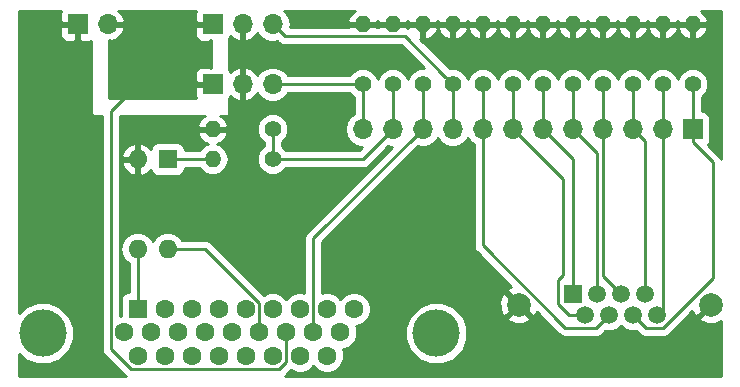
<source format=gtl>
G04 #@! TF.GenerationSoftware,KiCad,Pcbnew,(6.0.0-rc1-dev-392-gd9d005190)*
G04 #@! TF.CreationDate,2019-08-06T20:11:49-04:00*
G04 #@! TF.ProjectId,relay_ctrl,72656C61795F6374726C2E6B69636164,rev?*
G04 #@! TF.SameCoordinates,Original*
G04 #@! TF.FileFunction,Copper,L1,Top,Signal*
G04 #@! TF.FilePolarity,Positive*
%FSLAX46Y46*%
G04 Gerber Fmt 4.6, Leading zero omitted, Abs format (unit mm)*
G04 Created by KiCad (PCBNEW (6.0.0-rc1-dev-392-gd9d005190)) date 08/06/19 20:11:49*
%MOMM*%
%LPD*%
G01*
G04 APERTURE LIST*
G04 #@! TA.AperFunction,ComponentPad*
%ADD10O,1.600000X1.600000*%
G04 #@! TD*
G04 #@! TA.AperFunction,ComponentPad*
%ADD11R,1.600000X1.600000*%
G04 #@! TD*
G04 #@! TA.AperFunction,ComponentPad*
%ADD12O,1.400000X1.400000*%
G04 #@! TD*
G04 #@! TA.AperFunction,ComponentPad*
%ADD13C,1.400000*%
G04 #@! TD*
G04 #@! TA.AperFunction,ComponentPad*
%ADD14O,1.700000X1.700000*%
G04 #@! TD*
G04 #@! TA.AperFunction,ComponentPad*
%ADD15R,1.700000X1.700000*%
G04 #@! TD*
G04 #@! TA.AperFunction,ComponentPad*
%ADD16C,4.000000*%
G04 #@! TD*
G04 #@! TA.AperFunction,ComponentPad*
%ADD17C,1.600000*%
G04 #@! TD*
G04 #@! TA.AperFunction,ComponentPad*
%ADD18C,2.000000*%
G04 #@! TD*
G04 #@! TA.AperFunction,ComponentPad*
%ADD19C,1.500000*%
G04 #@! TD*
G04 #@! TA.AperFunction,ComponentPad*
%ADD20R,1.500000X1.500000*%
G04 #@! TD*
G04 #@! TA.AperFunction,Conductor*
%ADD21C,0.250000*%
G04 #@! TD*
G04 #@! TA.AperFunction,Conductor*
%ADD22C,0.254000*%
G04 #@! TD*
G04 APERTURE END LIST*
D10*
G04 #@! TO.P,U1,4*
G04 #@! TO.N,Turbo_remotepriority*
X148590000Y-132080000D03*
G04 #@! TO.P,U1,2*
G04 #@! TO.N,GND*
X146050000Y-124460000D03*
G04 #@! TO.P,U1,3*
G04 #@! TO.N,Turbo_Vref*
X146050000Y-132080000D03*
D11*
G04 #@! TO.P,U1,1*
G04 #@! TO.N,Net-(R10-Pad2)*
X148590000Y-124460000D03*
G04 #@! TD*
D12*
G04 #@! TO.P,R14,2*
G04 #@! TO.N,GND*
X165100000Y-113030000D03*
D13*
G04 #@! TO.P,R14,1*
G04 #@! TO.N,Convection_relay*
X165100000Y-118110000D03*
G04 #@! TD*
D12*
G04 #@! TO.P,R13,2*
G04 #@! TO.N,GND*
X167640000Y-113030000D03*
D13*
G04 #@! TO.P,R13,1*
G04 #@! TO.N,Turbo_interlock*
X167640000Y-118110000D03*
G04 #@! TD*
D12*
G04 #@! TO.P,R12,2*
G04 #@! TO.N,GND*
X170180000Y-113030000D03*
D13*
G04 #@! TO.P,R12,1*
G04 #@! TO.N,Turbo_active*
X170180000Y-118110000D03*
G04 #@! TD*
D12*
G04 #@! TO.P,R11,2*
G04 #@! TO.N,GND*
X172720000Y-113030000D03*
D13*
G04 #@! TO.P,R11,1*
G04 #@! TO.N,IG_relay*
X172720000Y-118110000D03*
G04 #@! TD*
D12*
G04 #@! TO.P,R10,2*
G04 #@! TO.N,Net-(R10-Pad2)*
X152400000Y-124460000D03*
D13*
G04 #@! TO.P,R10,1*
G04 #@! TO.N,Turbo_interlock*
X157480000Y-124460000D03*
G04 #@! TD*
D12*
G04 #@! TO.P,R9,2*
G04 #@! TO.N,GND*
X175260000Y-113030000D03*
D13*
G04 #@! TO.P,R9,1*
G04 #@! TO.N,Backing2_active*
X175260000Y-118110000D03*
G04 #@! TD*
D12*
G04 #@! TO.P,R8,2*
G04 #@! TO.N,GND*
X177800000Y-113030000D03*
D13*
G04 #@! TO.P,R8,1*
G04 #@! TO.N,Compressor2_active*
X177800000Y-118110000D03*
G04 #@! TD*
D12*
G04 #@! TO.P,R7,2*
G04 #@! TO.N,GND*
X152400000Y-121920000D03*
D13*
G04 #@! TO.P,R7,1*
G04 #@! TO.N,Turbo_interlock*
X157480000Y-121920000D03*
G04 #@! TD*
D12*
G04 #@! TO.P,R6,2*
G04 #@! TO.N,GND*
X180340000Y-113030000D03*
D13*
G04 #@! TO.P,R6,1*
G04 #@! TO.N,Compressor1_active*
X180340000Y-118110000D03*
G04 #@! TD*
D12*
G04 #@! TO.P,R5,2*
G04 #@! TO.N,GND*
X182880000Y-113030000D03*
D13*
G04 #@! TO.P,R5,1*
G04 #@! TO.N,Backing1_active*
X182880000Y-118110000D03*
G04 #@! TD*
D12*
G04 #@! TO.P,R4,2*
G04 #@! TO.N,GND*
X185420000Y-113030000D03*
D13*
G04 #@! TO.P,R4,1*
G04 #@! TO.N,Compressor1_interlock*
X185420000Y-118110000D03*
G04 #@! TD*
D12*
G04 #@! TO.P,R3,2*
G04 #@! TO.N,GND*
X187960000Y-113030000D03*
D13*
G04 #@! TO.P,R3,1*
G04 #@! TO.N,Backing1_interlock*
X187960000Y-118110000D03*
G04 #@! TD*
D12*
G04 #@! TO.P,R2,2*
G04 #@! TO.N,GND*
X190500000Y-113030000D03*
D13*
G04 #@! TO.P,R2,1*
G04 #@! TO.N,Backing2_interlock*
X190500000Y-118110000D03*
G04 #@! TD*
D12*
G04 #@! TO.P,R1,2*
G04 #@! TO.N,GND*
X193040000Y-113030000D03*
D13*
G04 #@! TO.P,R1,1*
G04 #@! TO.N,Compressor2_interlock*
X193040000Y-118110000D03*
G04 #@! TD*
D14*
G04 #@! TO.P,J5,2*
G04 #@! TO.N,+5V*
X143510000Y-113030000D03*
D15*
G04 #@! TO.P,J5,1*
G04 #@! TO.N,GND*
X140970000Y-113030000D03*
G04 #@! TD*
D14*
G04 #@! TO.P,J4,3*
G04 #@! TO.N,IG_relay*
X157480000Y-113030000D03*
G04 #@! TO.P,J4,2*
G04 #@! TO.N,GND*
X154940000Y-113030000D03*
D15*
G04 #@! TO.P,J4,1*
G04 #@! TO.N,+5V*
X152400000Y-113030000D03*
G04 #@! TD*
D14*
G04 #@! TO.P,J3,3*
G04 #@! TO.N,Convection_relay*
X157480000Y-118110000D03*
G04 #@! TO.P,J3,2*
G04 #@! TO.N,GND*
X154940000Y-118110000D03*
D15*
G04 #@! TO.P,J3,1*
G04 #@! TO.N,+5V*
X152400000Y-118110000D03*
G04 #@! TD*
D14*
G04 #@! TO.P,J6,12*
G04 #@! TO.N,Convection_relay*
X165100000Y-121920000D03*
G04 #@! TO.P,J6,11*
G04 #@! TO.N,Turbo_interlock*
X167640000Y-121920000D03*
G04 #@! TO.P,J6,10*
G04 #@! TO.N,Turbo_active*
X170180000Y-121920000D03*
G04 #@! TO.P,J6,9*
G04 #@! TO.N,IG_relay*
X172720000Y-121920000D03*
G04 #@! TO.P,J6,8*
G04 #@! TO.N,Backing2_active*
X175260000Y-121920000D03*
G04 #@! TO.P,J6,7*
G04 #@! TO.N,Compressor2_active*
X177800000Y-121920000D03*
G04 #@! TO.P,J6,6*
G04 #@! TO.N,Compressor1_active*
X180340000Y-121920000D03*
G04 #@! TO.P,J6,5*
G04 #@! TO.N,Backing1_active*
X182880000Y-121920000D03*
G04 #@! TO.P,J6,4*
G04 #@! TO.N,Compressor1_interlock*
X185420000Y-121920000D03*
G04 #@! TO.P,J6,3*
G04 #@! TO.N,Backing1_interlock*
X187960000Y-121920000D03*
G04 #@! TO.P,J6,2*
G04 #@! TO.N,Backing2_interlock*
X190500000Y-121920000D03*
D15*
G04 #@! TO.P,J6,1*
G04 #@! TO.N,Compressor2_interlock*
X193040000Y-121920000D03*
G04 #@! TD*
D16*
G04 #@! TO.P,J2,0*
G04 #@! TO.N,N/C*
X171325000Y-139210000D03*
X138025000Y-139210000D03*
D17*
G04 #@! TO.P,J2,26*
G04 #@! TO.N,Net-(J2-Pad26)*
X162080000Y-141120000D03*
G04 #@! TO.P,J2,25*
G04 #@! TO.N,Net-(J2-Pad25)*
X159790000Y-141120000D03*
G04 #@! TO.P,J2,24*
G04 #@! TO.N,Net-(J2-Pad24)*
X157500000Y-141120000D03*
G04 #@! TO.P,J2,23*
G04 #@! TO.N,Net-(J2-Pad23)*
X155210000Y-141120000D03*
G04 #@! TO.P,J2,22*
G04 #@! TO.N,Net-(J2-Pad22)*
X152920000Y-141120000D03*
G04 #@! TO.P,J2,21*
G04 #@! TO.N,Net-(J2-Pad21)*
X150630000Y-141120000D03*
G04 #@! TO.P,J2,20*
G04 #@! TO.N,Net-(J2-Pad20)*
X148340000Y-141120000D03*
G04 #@! TO.P,J2,19*
G04 #@! TO.N,Net-(J2-Pad19)*
X146050000Y-141120000D03*
G04 #@! TO.P,J2,18*
G04 #@! TO.N,Net-(J2-Pad18)*
X163225000Y-139140000D03*
G04 #@! TO.P,J2,17*
G04 #@! TO.N,Turbo_active*
X160935000Y-139140000D03*
G04 #@! TO.P,J2,16*
G04 #@! TO.N,+5V*
X158645000Y-139140000D03*
G04 #@! TO.P,J2,15*
G04 #@! TO.N,Turbo_remotepriority*
X156355000Y-139140000D03*
G04 #@! TO.P,J2,14*
G04 #@! TO.N,Net-(J2-Pad14)*
X154065000Y-139140000D03*
G04 #@! TO.P,J2,13*
G04 #@! TO.N,Net-(J2-Pad13)*
X151775000Y-139140000D03*
G04 #@! TO.P,J2,12*
G04 #@! TO.N,Net-(J2-Pad12)*
X149485000Y-139140000D03*
G04 #@! TO.P,J2,11*
G04 #@! TO.N,Net-(J2-Pad11)*
X147195000Y-139140000D03*
G04 #@! TO.P,J2,10*
G04 #@! TO.N,Net-(J2-Pad10)*
X144905000Y-139140000D03*
G04 #@! TO.P,J2,9*
G04 #@! TO.N,Net-(J2-Pad9)*
X164370000Y-137160000D03*
G04 #@! TO.P,J2,8*
G04 #@! TO.N,Net-(J2-Pad8)*
X162080000Y-137160000D03*
G04 #@! TO.P,J2,7*
G04 #@! TO.N,Net-(J2-Pad7)*
X159790000Y-137160000D03*
G04 #@! TO.P,J2,6*
G04 #@! TO.N,Net-(J2-Pad6)*
X157500000Y-137160000D03*
G04 #@! TO.P,J2,5*
G04 #@! TO.N,Net-(J2-Pad5)*
X155210000Y-137160000D03*
G04 #@! TO.P,J2,4*
G04 #@! TO.N,Net-(J2-Pad4)*
X152920000Y-137160000D03*
G04 #@! TO.P,J2,3*
G04 #@! TO.N,Net-(J2-Pad3)*
X150630000Y-137160000D03*
G04 #@! TO.P,J2,2*
G04 #@! TO.N,Net-(J2-Pad2)*
X148340000Y-137160000D03*
D11*
G04 #@! TO.P,J2,1*
G04 #@! TO.N,Turbo_Vref*
X146050000Y-137160000D03*
G04 #@! TD*
D18*
G04 #@! TO.P,J1,SH*
G04 #@! TO.N,GND*
X178310000Y-136780000D03*
X194570000Y-136780000D03*
D19*
G04 #@! TO.P,J1,8*
G04 #@! TO.N,Backing2_interlock*
X190020000Y-137670000D03*
G04 #@! TO.P,J1,6*
G04 #@! TO.N,Compressor2_interlock*
X187980000Y-137670000D03*
G04 #@! TO.P,J1,4*
G04 #@! TO.N,Backing2_active*
X185940000Y-137670000D03*
G04 #@! TO.P,J1,2*
G04 #@! TO.N,Compressor2_active*
X183900000Y-137670000D03*
G04 #@! TO.P,J1,7*
G04 #@! TO.N,Backing1_interlock*
X189000000Y-135890000D03*
G04 #@! TO.P,J1,5*
G04 #@! TO.N,Compressor1_interlock*
X186960000Y-135890000D03*
G04 #@! TO.P,J1,3*
G04 #@! TO.N,Backing1_active*
X184920000Y-135890000D03*
D20*
G04 #@! TO.P,J1,1*
G04 #@! TO.N,Compressor1_active*
X182880000Y-135890000D03*
G04 #@! TD*
D21*
G04 #@! TO.N,+5V*
X143779999Y-140515001D02*
X143779999Y-120380001D01*
X145509999Y-142245001D02*
X143779999Y-140515001D01*
X158040001Y-142245001D02*
X145509999Y-142245001D01*
X158645000Y-139140000D02*
X158645000Y-141640002D01*
X158645000Y-141640002D02*
X158040001Y-142245001D01*
X143779999Y-120380001D02*
X146050000Y-118110000D01*
G04 #@! TO.N,Net-(R10-Pad2)*
X148590000Y-124460000D02*
X152400000Y-124460000D01*
G04 #@! TO.N,Backing2_interlock*
X190500000Y-121920000D02*
X190500000Y-118110000D01*
X190500000Y-137190000D02*
X190020000Y-137670000D01*
X190500000Y-121920000D02*
X190500000Y-137190000D01*
G04 #@! TO.N,Compressor2_interlock*
X193040000Y-121920000D02*
X193040000Y-118110000D01*
X188729999Y-138419999D02*
X187980000Y-137670000D01*
X189055001Y-138745001D02*
X188729999Y-138419999D01*
X190536001Y-138745001D02*
X189055001Y-138745001D01*
X194740001Y-134541001D02*
X190536001Y-138745001D01*
X194740001Y-124720001D02*
X194740001Y-134541001D01*
X193040000Y-123020000D02*
X194740001Y-124720001D01*
X193040000Y-121920000D02*
X193040000Y-123020000D01*
G04 #@! TO.N,Backing2_active*
X175260000Y-118110000D02*
X175260000Y-121920000D01*
X175260000Y-123122081D02*
X175260000Y-121920000D01*
X175260000Y-131768998D02*
X175260000Y-123122081D01*
X182236003Y-138745001D02*
X175260000Y-131768998D01*
X184864999Y-138745001D02*
X182236003Y-138745001D01*
X185940000Y-137670000D02*
X184864999Y-138745001D01*
G04 #@! TO.N,Compressor2_active*
X177800000Y-121920000D02*
X177800000Y-118110000D01*
X178649999Y-122769999D02*
X177800000Y-121920000D01*
X182040001Y-126160001D02*
X178649999Y-122769999D01*
X182040001Y-134286001D02*
X182040001Y-126160001D01*
X181610000Y-134716002D02*
X182040001Y-134286001D01*
X181610000Y-136705002D02*
X181610000Y-134716002D01*
X182574998Y-137670000D02*
X181610000Y-136705002D01*
X183900000Y-137670000D02*
X182574998Y-137670000D01*
G04 #@! TO.N,Backing1_interlock*
X187960000Y-121920000D02*
X187960000Y-118110000D01*
X189000000Y-122960000D02*
X187960000Y-121920000D01*
X189000000Y-135890000D02*
X189000000Y-122960000D01*
G04 #@! TO.N,Compressor1_interlock*
X185420000Y-118110000D02*
X185420000Y-121920000D01*
X185420000Y-134350000D02*
X186960000Y-135890000D01*
X185420000Y-121920000D02*
X185420000Y-134350000D01*
G04 #@! TO.N,Backing1_active*
X182880000Y-121920000D02*
X182880000Y-118110000D01*
X184920000Y-123960000D02*
X182880000Y-121920000D01*
X184920000Y-135890000D02*
X184920000Y-123960000D01*
G04 #@! TO.N,Compressor1_active*
X180340000Y-118110000D02*
X180340000Y-121920000D01*
X182880000Y-124460000D02*
X182880000Y-135890000D01*
X180340000Y-121920000D02*
X182880000Y-124460000D01*
G04 #@! TO.N,Turbo_active*
X170180000Y-118110000D02*
X170180000Y-121920000D01*
X160935000Y-131165000D02*
X170180000Y-121920000D01*
X160935000Y-139140000D02*
X160935000Y-131165000D01*
G04 #@! TO.N,Turbo_remotepriority*
X156355000Y-138008630D02*
X156355000Y-139140000D01*
X156355000Y-136639998D02*
X156355000Y-138008630D01*
X151795002Y-132080000D02*
X156355000Y-136639998D01*
X148590000Y-132080000D02*
X151795002Y-132080000D01*
G04 #@! TO.N,Turbo_Vref*
X146050000Y-137160000D02*
X146050000Y-132080000D01*
G04 #@! TO.N,Convection_relay*
X165100000Y-121920000D02*
X165100000Y-118110000D01*
X165100000Y-118110000D02*
X157480000Y-118110000D01*
G04 #@! TO.N,IG_relay*
X172720000Y-121920000D02*
X172720000Y-118110000D01*
X172020001Y-117410001D02*
X172720000Y-118110000D01*
X168665001Y-114055001D02*
X172020001Y-117410001D01*
X158505001Y-114055001D02*
X168665001Y-114055001D01*
X157480000Y-113030000D02*
X158505001Y-114055001D01*
G04 #@! TO.N,Turbo_interlock*
X167640000Y-121920000D02*
X167640000Y-118110000D01*
X157480000Y-124460000D02*
X157480000Y-121920000D01*
X165100000Y-124460000D02*
X167640000Y-121920000D01*
X157480000Y-124460000D02*
X165100000Y-124460000D01*
G04 #@! TD*
D22*
G04 #@! TO.N,+5V*
G36*
X150915000Y-112053691D02*
X150915000Y-112744250D01*
X151073750Y-112903000D01*
X152273000Y-112903000D01*
X152273000Y-113157000D01*
X151073750Y-113157000D01*
X150915000Y-113315750D01*
X150915000Y-114006309D01*
X151011673Y-114239698D01*
X151190301Y-114418327D01*
X151423690Y-114515000D01*
X152114250Y-114515000D01*
X152272998Y-114356252D01*
X152272998Y-114515000D01*
X152273000Y-114515000D01*
X152273000Y-116625000D01*
X152272998Y-116625000D01*
X152272998Y-116783748D01*
X152114250Y-116625000D01*
X151423690Y-116625000D01*
X151190301Y-116721673D01*
X151011673Y-116900302D01*
X150915000Y-117133691D01*
X150915000Y-117824250D01*
X151073750Y-117983000D01*
X152273000Y-117983000D01*
X152273000Y-118237000D01*
X151073750Y-118237000D01*
X150915000Y-118395750D01*
X150915000Y-119086309D01*
X150984046Y-119253000D01*
X143637000Y-119253000D01*
X143637000Y-114515000D01*
X143637002Y-114515000D01*
X143637002Y-114350156D01*
X143866890Y-114471476D01*
X144276924Y-114301645D01*
X144705183Y-113911358D01*
X144951486Y-113386892D01*
X144830819Y-113157000D01*
X143637000Y-113157000D01*
X143637000Y-112903000D01*
X144830819Y-112903000D01*
X144951486Y-112673108D01*
X144705183Y-112148642D01*
X144418085Y-111887000D01*
X150984046Y-111887000D01*
X150915000Y-112053691D01*
X150915000Y-112053691D01*
G37*
X150915000Y-112053691D02*
X150915000Y-112744250D01*
X151073750Y-112903000D01*
X152273000Y-112903000D01*
X152273000Y-113157000D01*
X151073750Y-113157000D01*
X150915000Y-113315750D01*
X150915000Y-114006309D01*
X151011673Y-114239698D01*
X151190301Y-114418327D01*
X151423690Y-114515000D01*
X152114250Y-114515000D01*
X152272998Y-114356252D01*
X152272998Y-114515000D01*
X152273000Y-114515000D01*
X152273000Y-116625000D01*
X152272998Y-116625000D01*
X152272998Y-116783748D01*
X152114250Y-116625000D01*
X151423690Y-116625000D01*
X151190301Y-116721673D01*
X151011673Y-116900302D01*
X150915000Y-117133691D01*
X150915000Y-117824250D01*
X151073750Y-117983000D01*
X152273000Y-117983000D01*
X152273000Y-118237000D01*
X151073750Y-118237000D01*
X150915000Y-118395750D01*
X150915000Y-119086309D01*
X150984046Y-119253000D01*
X143637000Y-119253000D01*
X143637000Y-114515000D01*
X143637002Y-114515000D01*
X143637002Y-114350156D01*
X143866890Y-114471476D01*
X144276924Y-114301645D01*
X144705183Y-113911358D01*
X144951486Y-113386892D01*
X144830819Y-113157000D01*
X143637000Y-113157000D01*
X143637000Y-112903000D01*
X144830819Y-112903000D01*
X144951486Y-112673108D01*
X144705183Y-112148642D01*
X144418085Y-111887000D01*
X150984046Y-111887000D01*
X150915000Y-112053691D01*
G04 #@! TO.N,GND*
G36*
X139485000Y-112053691D02*
X139485000Y-112744250D01*
X139643750Y-112903000D01*
X140843000Y-112903000D01*
X140843000Y-112883000D01*
X141097000Y-112883000D01*
X141097000Y-112903000D01*
X141117000Y-112903000D01*
X141117000Y-113157000D01*
X141097000Y-113157000D01*
X141097000Y-114356250D01*
X141255750Y-114515000D01*
X141946310Y-114515000D01*
X142113000Y-114445955D01*
X142113000Y-120650000D01*
X142122667Y-120698601D01*
X142150197Y-120739803D01*
X142191399Y-120767333D01*
X142240000Y-120777000D01*
X143020000Y-120777000D01*
X143019999Y-140440154D01*
X143005111Y-140515001D01*
X143019999Y-140589848D01*
X143019999Y-140589852D01*
X143064095Y-140811537D01*
X143232070Y-141062930D01*
X143295529Y-141105332D01*
X144919672Y-142729477D01*
X144962070Y-142792930D01*
X145025523Y-142835328D01*
X145025525Y-142835330D01*
X145047480Y-142850000D01*
X136017000Y-142850000D01*
X136017000Y-140928453D01*
X136532392Y-141443845D01*
X137500866Y-141845000D01*
X138549134Y-141845000D01*
X139517608Y-141443845D01*
X140258845Y-140702608D01*
X140660000Y-139734134D01*
X140660000Y-138685866D01*
X140258845Y-137717392D01*
X139517608Y-136976155D01*
X138549134Y-136575000D01*
X137500866Y-136575000D01*
X136532392Y-136976155D01*
X136017000Y-137491547D01*
X136017000Y-113315750D01*
X139485000Y-113315750D01*
X139485000Y-114006309D01*
X139581673Y-114239698D01*
X139760301Y-114418327D01*
X139993690Y-114515000D01*
X140684250Y-114515000D01*
X140843000Y-114356250D01*
X140843000Y-113157000D01*
X139643750Y-113157000D01*
X139485000Y-113315750D01*
X136017000Y-113315750D01*
X136017000Y-111887000D01*
X139554046Y-111887000D01*
X139485000Y-112053691D01*
X139485000Y-112053691D01*
G37*
X139485000Y-112053691D02*
X139485000Y-112744250D01*
X139643750Y-112903000D01*
X140843000Y-112903000D01*
X140843000Y-112883000D01*
X141097000Y-112883000D01*
X141097000Y-112903000D01*
X141117000Y-112903000D01*
X141117000Y-113157000D01*
X141097000Y-113157000D01*
X141097000Y-114356250D01*
X141255750Y-114515000D01*
X141946310Y-114515000D01*
X142113000Y-114445955D01*
X142113000Y-120650000D01*
X142122667Y-120698601D01*
X142150197Y-120739803D01*
X142191399Y-120767333D01*
X142240000Y-120777000D01*
X143020000Y-120777000D01*
X143019999Y-140440154D01*
X143005111Y-140515001D01*
X143019999Y-140589848D01*
X143019999Y-140589852D01*
X143064095Y-140811537D01*
X143232070Y-141062930D01*
X143295529Y-141105332D01*
X144919672Y-142729477D01*
X144962070Y-142792930D01*
X145025523Y-142835328D01*
X145025525Y-142835330D01*
X145047480Y-142850000D01*
X136017000Y-142850000D01*
X136017000Y-140928453D01*
X136532392Y-141443845D01*
X137500866Y-141845000D01*
X138549134Y-141845000D01*
X139517608Y-141443845D01*
X140258845Y-140702608D01*
X140660000Y-139734134D01*
X140660000Y-138685866D01*
X140258845Y-137717392D01*
X139517608Y-136976155D01*
X138549134Y-136575000D01*
X137500866Y-136575000D01*
X136532392Y-136976155D01*
X136017000Y-137491547D01*
X136017000Y-113315750D01*
X139485000Y-113315750D01*
X139485000Y-114006309D01*
X139581673Y-114239698D01*
X139760301Y-114418327D01*
X139993690Y-114515000D01*
X140684250Y-114515000D01*
X140843000Y-114356250D01*
X140843000Y-113157000D01*
X139643750Y-113157000D01*
X139485000Y-113315750D01*
X136017000Y-113315750D01*
X136017000Y-111887000D01*
X139554046Y-111887000D01*
X139485000Y-112053691D01*
G36*
X174189375Y-122990625D02*
X174500001Y-123198179D01*
X174500000Y-131694151D01*
X174485112Y-131768998D01*
X174500000Y-131843845D01*
X174500000Y-131843849D01*
X174544096Y-132065534D01*
X174712071Y-132316927D01*
X174775530Y-132359329D01*
X177676914Y-135260714D01*
X177435736Y-135360613D01*
X177337073Y-135627468D01*
X178310000Y-136600395D01*
X178324143Y-136586253D01*
X178503748Y-136765858D01*
X178489605Y-136780000D01*
X179462532Y-137752927D01*
X179729387Y-137654264D01*
X179821777Y-137405577D01*
X181645674Y-139229474D01*
X181688074Y-139292930D01*
X181939466Y-139460905D01*
X182161151Y-139505001D01*
X182161155Y-139505001D01*
X182236002Y-139519889D01*
X182310849Y-139505001D01*
X184790152Y-139505001D01*
X184864999Y-139519889D01*
X184939846Y-139505001D01*
X184939851Y-139505001D01*
X185161536Y-139460905D01*
X185412928Y-139292930D01*
X185455330Y-139229471D01*
X185639966Y-139044835D01*
X185664506Y-139055000D01*
X186215494Y-139055000D01*
X186724540Y-138844147D01*
X186960000Y-138608687D01*
X187195460Y-138844147D01*
X187704506Y-139055000D01*
X188255494Y-139055000D01*
X188280034Y-139044835D01*
X188464670Y-139229471D01*
X188507072Y-139292930D01*
X188758464Y-139460905D01*
X188980149Y-139505001D01*
X188980153Y-139505001D01*
X189055000Y-139519889D01*
X189129847Y-139505001D01*
X190461154Y-139505001D01*
X190536001Y-139519889D01*
X190610848Y-139505001D01*
X190610853Y-139505001D01*
X190832538Y-139460905D01*
X191083930Y-139292930D01*
X191126332Y-139229471D01*
X193019083Y-137336721D01*
X193150613Y-137654264D01*
X193417468Y-137752927D01*
X194390395Y-136780000D01*
X194376253Y-136765858D01*
X194555858Y-136586253D01*
X194570000Y-136600395D01*
X194584143Y-136586253D01*
X194763748Y-136765858D01*
X194749605Y-136780000D01*
X194763748Y-136794143D01*
X194584143Y-136973748D01*
X194570000Y-136959605D01*
X193597073Y-137932532D01*
X193695736Y-138199387D01*
X194305461Y-138425908D01*
X194955460Y-138401856D01*
X195444264Y-138199387D01*
X195453000Y-138175759D01*
X195453000Y-142850000D01*
X158502519Y-142850000D01*
X158587930Y-142792930D01*
X158630332Y-142729471D01*
X159009758Y-142350046D01*
X159504561Y-142555000D01*
X160075439Y-142555000D01*
X160602862Y-142336534D01*
X160935000Y-142004396D01*
X161267138Y-142336534D01*
X161794561Y-142555000D01*
X162365439Y-142555000D01*
X162892862Y-142336534D01*
X163296534Y-141932862D01*
X163515000Y-141405439D01*
X163515000Y-140834561D01*
X163407486Y-140575000D01*
X163510439Y-140575000D01*
X164037862Y-140356534D01*
X164441534Y-139952862D01*
X164660000Y-139425439D01*
X164660000Y-138854561D01*
X164590125Y-138685866D01*
X168690000Y-138685866D01*
X168690000Y-139734134D01*
X169091155Y-140702608D01*
X169832392Y-141443845D01*
X170800866Y-141845000D01*
X171849134Y-141845000D01*
X172817608Y-141443845D01*
X173558845Y-140702608D01*
X173960000Y-139734134D01*
X173960000Y-138685866D01*
X173647959Y-137932532D01*
X177337073Y-137932532D01*
X177435736Y-138199387D01*
X178045461Y-138425908D01*
X178695460Y-138401856D01*
X179184264Y-138199387D01*
X179282927Y-137932532D01*
X178310000Y-136959605D01*
X177337073Y-137932532D01*
X173647959Y-137932532D01*
X173558845Y-137717392D01*
X172817608Y-136976155D01*
X171849134Y-136575000D01*
X170800866Y-136575000D01*
X169832392Y-136976155D01*
X169091155Y-137717392D01*
X168690000Y-138685866D01*
X164590125Y-138685866D01*
X164552486Y-138595000D01*
X164655439Y-138595000D01*
X165182862Y-138376534D01*
X165586534Y-137972862D01*
X165805000Y-137445439D01*
X165805000Y-136874561D01*
X165656256Y-136515461D01*
X176664092Y-136515461D01*
X176688144Y-137165460D01*
X176890613Y-137654264D01*
X177157468Y-137752927D01*
X178130395Y-136780000D01*
X177157468Y-135807073D01*
X176890613Y-135905736D01*
X176664092Y-136515461D01*
X165656256Y-136515461D01*
X165586534Y-136347138D01*
X165182862Y-135943466D01*
X164655439Y-135725000D01*
X164084561Y-135725000D01*
X163557138Y-135943466D01*
X163225000Y-136275604D01*
X162892862Y-135943466D01*
X162365439Y-135725000D01*
X161794561Y-135725000D01*
X161695000Y-135766240D01*
X161695000Y-131479801D01*
X169813593Y-123361209D01*
X170033744Y-123405000D01*
X170326256Y-123405000D01*
X170759418Y-123318839D01*
X171250625Y-122990625D01*
X171450000Y-122692239D01*
X171649375Y-122990625D01*
X172140582Y-123318839D01*
X172573744Y-123405000D01*
X172866256Y-123405000D01*
X173299418Y-123318839D01*
X173790625Y-122990625D01*
X173990000Y-122692239D01*
X174189375Y-122990625D01*
X174189375Y-122990625D01*
G37*
X174189375Y-122990625D02*
X174500001Y-123198179D01*
X174500000Y-131694151D01*
X174485112Y-131768998D01*
X174500000Y-131843845D01*
X174500000Y-131843849D01*
X174544096Y-132065534D01*
X174712071Y-132316927D01*
X174775530Y-132359329D01*
X177676914Y-135260714D01*
X177435736Y-135360613D01*
X177337073Y-135627468D01*
X178310000Y-136600395D01*
X178324143Y-136586253D01*
X178503748Y-136765858D01*
X178489605Y-136780000D01*
X179462532Y-137752927D01*
X179729387Y-137654264D01*
X179821777Y-137405577D01*
X181645674Y-139229474D01*
X181688074Y-139292930D01*
X181939466Y-139460905D01*
X182161151Y-139505001D01*
X182161155Y-139505001D01*
X182236002Y-139519889D01*
X182310849Y-139505001D01*
X184790152Y-139505001D01*
X184864999Y-139519889D01*
X184939846Y-139505001D01*
X184939851Y-139505001D01*
X185161536Y-139460905D01*
X185412928Y-139292930D01*
X185455330Y-139229471D01*
X185639966Y-139044835D01*
X185664506Y-139055000D01*
X186215494Y-139055000D01*
X186724540Y-138844147D01*
X186960000Y-138608687D01*
X187195460Y-138844147D01*
X187704506Y-139055000D01*
X188255494Y-139055000D01*
X188280034Y-139044835D01*
X188464670Y-139229471D01*
X188507072Y-139292930D01*
X188758464Y-139460905D01*
X188980149Y-139505001D01*
X188980153Y-139505001D01*
X189055000Y-139519889D01*
X189129847Y-139505001D01*
X190461154Y-139505001D01*
X190536001Y-139519889D01*
X190610848Y-139505001D01*
X190610853Y-139505001D01*
X190832538Y-139460905D01*
X191083930Y-139292930D01*
X191126332Y-139229471D01*
X193019083Y-137336721D01*
X193150613Y-137654264D01*
X193417468Y-137752927D01*
X194390395Y-136780000D01*
X194376253Y-136765858D01*
X194555858Y-136586253D01*
X194570000Y-136600395D01*
X194584143Y-136586253D01*
X194763748Y-136765858D01*
X194749605Y-136780000D01*
X194763748Y-136794143D01*
X194584143Y-136973748D01*
X194570000Y-136959605D01*
X193597073Y-137932532D01*
X193695736Y-138199387D01*
X194305461Y-138425908D01*
X194955460Y-138401856D01*
X195444264Y-138199387D01*
X195453000Y-138175759D01*
X195453000Y-142850000D01*
X158502519Y-142850000D01*
X158587930Y-142792930D01*
X158630332Y-142729471D01*
X159009758Y-142350046D01*
X159504561Y-142555000D01*
X160075439Y-142555000D01*
X160602862Y-142336534D01*
X160935000Y-142004396D01*
X161267138Y-142336534D01*
X161794561Y-142555000D01*
X162365439Y-142555000D01*
X162892862Y-142336534D01*
X163296534Y-141932862D01*
X163515000Y-141405439D01*
X163515000Y-140834561D01*
X163407486Y-140575000D01*
X163510439Y-140575000D01*
X164037862Y-140356534D01*
X164441534Y-139952862D01*
X164660000Y-139425439D01*
X164660000Y-138854561D01*
X164590125Y-138685866D01*
X168690000Y-138685866D01*
X168690000Y-139734134D01*
X169091155Y-140702608D01*
X169832392Y-141443845D01*
X170800866Y-141845000D01*
X171849134Y-141845000D01*
X172817608Y-141443845D01*
X173558845Y-140702608D01*
X173960000Y-139734134D01*
X173960000Y-138685866D01*
X173647959Y-137932532D01*
X177337073Y-137932532D01*
X177435736Y-138199387D01*
X178045461Y-138425908D01*
X178695460Y-138401856D01*
X179184264Y-138199387D01*
X179282927Y-137932532D01*
X178310000Y-136959605D01*
X177337073Y-137932532D01*
X173647959Y-137932532D01*
X173558845Y-137717392D01*
X172817608Y-136976155D01*
X171849134Y-136575000D01*
X170800866Y-136575000D01*
X169832392Y-136976155D01*
X169091155Y-137717392D01*
X168690000Y-138685866D01*
X164590125Y-138685866D01*
X164552486Y-138595000D01*
X164655439Y-138595000D01*
X165182862Y-138376534D01*
X165586534Y-137972862D01*
X165805000Y-137445439D01*
X165805000Y-136874561D01*
X165656256Y-136515461D01*
X176664092Y-136515461D01*
X176688144Y-137165460D01*
X176890613Y-137654264D01*
X177157468Y-137752927D01*
X178130395Y-136780000D01*
X177157468Y-135807073D01*
X176890613Y-135905736D01*
X176664092Y-136515461D01*
X165656256Y-136515461D01*
X165586534Y-136347138D01*
X165182862Y-135943466D01*
X164655439Y-135725000D01*
X164084561Y-135725000D01*
X163557138Y-135943466D01*
X163225000Y-136275604D01*
X162892862Y-135943466D01*
X162365439Y-135725000D01*
X161794561Y-135725000D01*
X161695000Y-135766240D01*
X161695000Y-131479801D01*
X169813593Y-123361209D01*
X170033744Y-123405000D01*
X170326256Y-123405000D01*
X170759418Y-123318839D01*
X171250625Y-122990625D01*
X171450000Y-122692239D01*
X171649375Y-122990625D01*
X172140582Y-123318839D01*
X172573744Y-123405000D01*
X172866256Y-123405000D01*
X173299418Y-123318839D01*
X173790625Y-122990625D01*
X173990000Y-122692239D01*
X174189375Y-122990625D01*
G36*
X155067000Y-112903000D02*
X155087000Y-112903000D01*
X155087000Y-113157000D01*
X155067000Y-113157000D01*
X155067000Y-114350155D01*
X155296890Y-114471476D01*
X155706924Y-114301645D01*
X156135183Y-113911358D01*
X156196157Y-113781522D01*
X156409375Y-114100625D01*
X156900582Y-114428839D01*
X157333744Y-114515000D01*
X157626256Y-114515000D01*
X157846407Y-114471209D01*
X157914674Y-114539476D01*
X157957072Y-114602930D01*
X158020525Y-114645328D01*
X158020527Y-114645330D01*
X158145903Y-114729103D01*
X158208464Y-114770905D01*
X158430149Y-114815001D01*
X158430153Y-114815001D01*
X158505000Y-114829889D01*
X158579847Y-114815001D01*
X168350200Y-114815001D01*
X170310198Y-116775000D01*
X169914452Y-116775000D01*
X169423783Y-116978242D01*
X169048242Y-117353783D01*
X168910000Y-117687528D01*
X168771758Y-117353783D01*
X168396217Y-116978242D01*
X167905548Y-116775000D01*
X167374452Y-116775000D01*
X166883783Y-116978242D01*
X166508242Y-117353783D01*
X166370000Y-117687528D01*
X166231758Y-117353783D01*
X165856217Y-116978242D01*
X165365548Y-116775000D01*
X164834452Y-116775000D01*
X164343783Y-116978242D01*
X163972025Y-117350000D01*
X158758178Y-117350000D01*
X158550625Y-117039375D01*
X158059418Y-116711161D01*
X157626256Y-116625000D01*
X157333744Y-116625000D01*
X156900582Y-116711161D01*
X156409375Y-117039375D01*
X156196157Y-117358478D01*
X156135183Y-117228642D01*
X155706924Y-116838355D01*
X155296890Y-116668524D01*
X155067000Y-116789845D01*
X155067000Y-117983000D01*
X155087000Y-117983000D01*
X155087000Y-118237000D01*
X155067000Y-118237000D01*
X155067000Y-119430155D01*
X155296890Y-119551476D01*
X155706924Y-119381645D01*
X156135183Y-118991358D01*
X156196157Y-118861522D01*
X156409375Y-119180625D01*
X156900582Y-119508839D01*
X157333744Y-119595000D01*
X157626256Y-119595000D01*
X158059418Y-119508839D01*
X158550625Y-119180625D01*
X158758178Y-118870000D01*
X163972025Y-118870000D01*
X164340001Y-119237976D01*
X164340000Y-120641822D01*
X164029375Y-120849375D01*
X163701161Y-121340582D01*
X163585908Y-121920000D01*
X163701161Y-122499418D01*
X164029375Y-122990625D01*
X164520582Y-123318839D01*
X164953744Y-123405000D01*
X165080199Y-123405000D01*
X164785199Y-123700000D01*
X158607975Y-123700000D01*
X158240000Y-123332025D01*
X158240000Y-123047975D01*
X158611758Y-122676217D01*
X158815000Y-122185548D01*
X158815000Y-121654452D01*
X158611758Y-121163783D01*
X158236217Y-120788242D01*
X157745548Y-120585000D01*
X157214452Y-120585000D01*
X156723783Y-120788242D01*
X156348242Y-121163783D01*
X156145000Y-121654452D01*
X156145000Y-122185548D01*
X156348242Y-122676217D01*
X156720001Y-123047976D01*
X156720000Y-123332025D01*
X156348242Y-123703783D01*
X156145000Y-124194452D01*
X156145000Y-124725548D01*
X156348242Y-125216217D01*
X156723783Y-125591758D01*
X157214452Y-125795000D01*
X157745548Y-125795000D01*
X158236217Y-125591758D01*
X158607975Y-125220000D01*
X165025153Y-125220000D01*
X165100000Y-125234888D01*
X165174847Y-125220000D01*
X165174852Y-125220000D01*
X165396537Y-125175904D01*
X165647929Y-125007929D01*
X165690331Y-124944470D01*
X167273593Y-123361209D01*
X167493744Y-123405000D01*
X167620197Y-123405000D01*
X160450528Y-130574671D01*
X160387072Y-130617071D01*
X160344672Y-130680527D01*
X160344671Y-130680528D01*
X160219097Y-130868463D01*
X160160112Y-131165000D01*
X160175001Y-131239852D01*
X160175000Y-135766240D01*
X160075439Y-135725000D01*
X159504561Y-135725000D01*
X158977138Y-135943466D01*
X158645000Y-136275604D01*
X158312862Y-135943466D01*
X157785439Y-135725000D01*
X157214561Y-135725000D01*
X156719758Y-135929954D01*
X152385333Y-131595530D01*
X152342931Y-131532071D01*
X152091539Y-131364096D01*
X151869854Y-131320000D01*
X151869849Y-131320000D01*
X151795002Y-131305112D01*
X151720155Y-131320000D01*
X149808043Y-131320000D01*
X149624577Y-131045423D01*
X149149909Y-130728260D01*
X148731333Y-130645000D01*
X148448667Y-130645000D01*
X148030091Y-130728260D01*
X147555423Y-131045423D01*
X147320000Y-131397758D01*
X147084577Y-131045423D01*
X146609909Y-130728260D01*
X146191333Y-130645000D01*
X145908667Y-130645000D01*
X145490091Y-130728260D01*
X145015423Y-131045423D01*
X144698260Y-131520091D01*
X144586887Y-132080000D01*
X144698260Y-132639909D01*
X145015423Y-133114577D01*
X145290001Y-133298044D01*
X145290000Y-135712560D01*
X145250000Y-135712560D01*
X145002235Y-135761843D01*
X144792191Y-135902191D01*
X144651843Y-136112235D01*
X144602560Y-136360000D01*
X144602560Y-137712042D01*
X144539999Y-137737956D01*
X144539999Y-124809041D01*
X144658086Y-124809041D01*
X144897611Y-125315134D01*
X145312577Y-125691041D01*
X145700961Y-125851904D01*
X145923000Y-125729915D01*
X145923000Y-124587000D01*
X144779371Y-124587000D01*
X144658086Y-124809041D01*
X144539999Y-124809041D01*
X144539999Y-124110959D01*
X144658086Y-124110959D01*
X144779371Y-124333000D01*
X145923000Y-124333000D01*
X145923000Y-123190085D01*
X146177000Y-123190085D01*
X146177000Y-124333000D01*
X146197000Y-124333000D01*
X146197000Y-124587000D01*
X146177000Y-124587000D01*
X146177000Y-125729915D01*
X146399039Y-125851904D01*
X146787423Y-125691041D01*
X147160987Y-125352639D01*
X147191843Y-125507765D01*
X147332191Y-125717809D01*
X147542235Y-125858157D01*
X147790000Y-125907440D01*
X149390000Y-125907440D01*
X149637765Y-125858157D01*
X149847809Y-125717809D01*
X149988157Y-125507765D01*
X150037440Y-125260000D01*
X150037440Y-125220000D01*
X151302226Y-125220000D01*
X151437519Y-125422481D01*
X151879109Y-125717542D01*
X152268515Y-125795000D01*
X152531485Y-125795000D01*
X152920891Y-125717542D01*
X153362481Y-125422481D01*
X153657542Y-124980891D01*
X153761154Y-124460000D01*
X153657542Y-123939109D01*
X153362481Y-123497519D01*
X152920891Y-123202458D01*
X152803259Y-123179060D01*
X153202663Y-122986764D01*
X153549797Y-122598396D01*
X153692716Y-122253329D01*
X153569374Y-122047000D01*
X152527000Y-122047000D01*
X152527000Y-122067000D01*
X152273000Y-122067000D01*
X152273000Y-122047000D01*
X151230626Y-122047000D01*
X151107284Y-122253329D01*
X151250203Y-122598396D01*
X151597337Y-122986764D01*
X151996741Y-123179060D01*
X151879109Y-123202458D01*
X151437519Y-123497519D01*
X151302226Y-123700000D01*
X150037440Y-123700000D01*
X150037440Y-123660000D01*
X149988157Y-123412235D01*
X149847809Y-123202191D01*
X149637765Y-123061843D01*
X149390000Y-123012560D01*
X147790000Y-123012560D01*
X147542235Y-123061843D01*
X147332191Y-123202191D01*
X147191843Y-123412235D01*
X147160987Y-123567361D01*
X146787423Y-123228959D01*
X146399039Y-123068096D01*
X146177000Y-123190085D01*
X145923000Y-123190085D01*
X145700961Y-123068096D01*
X145312577Y-123228959D01*
X144897611Y-123604866D01*
X144658086Y-124110959D01*
X144539999Y-124110959D01*
X144539999Y-120777000D01*
X151755681Y-120777000D01*
X151597337Y-120853236D01*
X151250203Y-121241604D01*
X151107284Y-121586671D01*
X151230626Y-121793000D01*
X152273000Y-121793000D01*
X152273000Y-121773000D01*
X152527000Y-121773000D01*
X152527000Y-121793000D01*
X153569374Y-121793000D01*
X153692716Y-121586671D01*
X153549797Y-121241604D01*
X153202663Y-120853236D01*
X153044319Y-120777000D01*
X153670000Y-120777000D01*
X153718601Y-120767333D01*
X153759803Y-120739803D01*
X153787333Y-120698601D01*
X153797000Y-120650000D01*
X153797000Y-119284326D01*
X153848157Y-119207765D01*
X153868739Y-119104292D01*
X154173076Y-119381645D01*
X154583110Y-119551476D01*
X154813000Y-119430155D01*
X154813000Y-118237000D01*
X154793000Y-118237000D01*
X154793000Y-117983000D01*
X154813000Y-117983000D01*
X154813000Y-116789845D01*
X154583110Y-116668524D01*
X154173076Y-116838355D01*
X153868739Y-117115708D01*
X153848157Y-117012235D01*
X153797000Y-116935674D01*
X153797000Y-114204326D01*
X153848157Y-114127765D01*
X153868739Y-114024292D01*
X154173076Y-114301645D01*
X154583110Y-114471476D01*
X154813000Y-114350155D01*
X154813000Y-113157000D01*
X154793000Y-113157000D01*
X154793000Y-112903000D01*
X154813000Y-112903000D01*
X154813000Y-112883000D01*
X155067000Y-112883000D01*
X155067000Y-112903000D01*
X155067000Y-112903000D01*
G37*
X155067000Y-112903000D02*
X155087000Y-112903000D01*
X155087000Y-113157000D01*
X155067000Y-113157000D01*
X155067000Y-114350155D01*
X155296890Y-114471476D01*
X155706924Y-114301645D01*
X156135183Y-113911358D01*
X156196157Y-113781522D01*
X156409375Y-114100625D01*
X156900582Y-114428839D01*
X157333744Y-114515000D01*
X157626256Y-114515000D01*
X157846407Y-114471209D01*
X157914674Y-114539476D01*
X157957072Y-114602930D01*
X158020525Y-114645328D01*
X158020527Y-114645330D01*
X158145903Y-114729103D01*
X158208464Y-114770905D01*
X158430149Y-114815001D01*
X158430153Y-114815001D01*
X158505000Y-114829889D01*
X158579847Y-114815001D01*
X168350200Y-114815001D01*
X170310198Y-116775000D01*
X169914452Y-116775000D01*
X169423783Y-116978242D01*
X169048242Y-117353783D01*
X168910000Y-117687528D01*
X168771758Y-117353783D01*
X168396217Y-116978242D01*
X167905548Y-116775000D01*
X167374452Y-116775000D01*
X166883783Y-116978242D01*
X166508242Y-117353783D01*
X166370000Y-117687528D01*
X166231758Y-117353783D01*
X165856217Y-116978242D01*
X165365548Y-116775000D01*
X164834452Y-116775000D01*
X164343783Y-116978242D01*
X163972025Y-117350000D01*
X158758178Y-117350000D01*
X158550625Y-117039375D01*
X158059418Y-116711161D01*
X157626256Y-116625000D01*
X157333744Y-116625000D01*
X156900582Y-116711161D01*
X156409375Y-117039375D01*
X156196157Y-117358478D01*
X156135183Y-117228642D01*
X155706924Y-116838355D01*
X155296890Y-116668524D01*
X155067000Y-116789845D01*
X155067000Y-117983000D01*
X155087000Y-117983000D01*
X155087000Y-118237000D01*
X155067000Y-118237000D01*
X155067000Y-119430155D01*
X155296890Y-119551476D01*
X155706924Y-119381645D01*
X156135183Y-118991358D01*
X156196157Y-118861522D01*
X156409375Y-119180625D01*
X156900582Y-119508839D01*
X157333744Y-119595000D01*
X157626256Y-119595000D01*
X158059418Y-119508839D01*
X158550625Y-119180625D01*
X158758178Y-118870000D01*
X163972025Y-118870000D01*
X164340001Y-119237976D01*
X164340000Y-120641822D01*
X164029375Y-120849375D01*
X163701161Y-121340582D01*
X163585908Y-121920000D01*
X163701161Y-122499418D01*
X164029375Y-122990625D01*
X164520582Y-123318839D01*
X164953744Y-123405000D01*
X165080199Y-123405000D01*
X164785199Y-123700000D01*
X158607975Y-123700000D01*
X158240000Y-123332025D01*
X158240000Y-123047975D01*
X158611758Y-122676217D01*
X158815000Y-122185548D01*
X158815000Y-121654452D01*
X158611758Y-121163783D01*
X158236217Y-120788242D01*
X157745548Y-120585000D01*
X157214452Y-120585000D01*
X156723783Y-120788242D01*
X156348242Y-121163783D01*
X156145000Y-121654452D01*
X156145000Y-122185548D01*
X156348242Y-122676217D01*
X156720001Y-123047976D01*
X156720000Y-123332025D01*
X156348242Y-123703783D01*
X156145000Y-124194452D01*
X156145000Y-124725548D01*
X156348242Y-125216217D01*
X156723783Y-125591758D01*
X157214452Y-125795000D01*
X157745548Y-125795000D01*
X158236217Y-125591758D01*
X158607975Y-125220000D01*
X165025153Y-125220000D01*
X165100000Y-125234888D01*
X165174847Y-125220000D01*
X165174852Y-125220000D01*
X165396537Y-125175904D01*
X165647929Y-125007929D01*
X165690331Y-124944470D01*
X167273593Y-123361209D01*
X167493744Y-123405000D01*
X167620197Y-123405000D01*
X160450528Y-130574671D01*
X160387072Y-130617071D01*
X160344672Y-130680527D01*
X160344671Y-130680528D01*
X160219097Y-130868463D01*
X160160112Y-131165000D01*
X160175001Y-131239852D01*
X160175000Y-135766240D01*
X160075439Y-135725000D01*
X159504561Y-135725000D01*
X158977138Y-135943466D01*
X158645000Y-136275604D01*
X158312862Y-135943466D01*
X157785439Y-135725000D01*
X157214561Y-135725000D01*
X156719758Y-135929954D01*
X152385333Y-131595530D01*
X152342931Y-131532071D01*
X152091539Y-131364096D01*
X151869854Y-131320000D01*
X151869849Y-131320000D01*
X151795002Y-131305112D01*
X151720155Y-131320000D01*
X149808043Y-131320000D01*
X149624577Y-131045423D01*
X149149909Y-130728260D01*
X148731333Y-130645000D01*
X148448667Y-130645000D01*
X148030091Y-130728260D01*
X147555423Y-131045423D01*
X147320000Y-131397758D01*
X147084577Y-131045423D01*
X146609909Y-130728260D01*
X146191333Y-130645000D01*
X145908667Y-130645000D01*
X145490091Y-130728260D01*
X145015423Y-131045423D01*
X144698260Y-131520091D01*
X144586887Y-132080000D01*
X144698260Y-132639909D01*
X145015423Y-133114577D01*
X145290001Y-133298044D01*
X145290000Y-135712560D01*
X145250000Y-135712560D01*
X145002235Y-135761843D01*
X144792191Y-135902191D01*
X144651843Y-136112235D01*
X144602560Y-136360000D01*
X144602560Y-137712042D01*
X144539999Y-137737956D01*
X144539999Y-124809041D01*
X144658086Y-124809041D01*
X144897611Y-125315134D01*
X145312577Y-125691041D01*
X145700961Y-125851904D01*
X145923000Y-125729915D01*
X145923000Y-124587000D01*
X144779371Y-124587000D01*
X144658086Y-124809041D01*
X144539999Y-124809041D01*
X144539999Y-124110959D01*
X144658086Y-124110959D01*
X144779371Y-124333000D01*
X145923000Y-124333000D01*
X145923000Y-123190085D01*
X146177000Y-123190085D01*
X146177000Y-124333000D01*
X146197000Y-124333000D01*
X146197000Y-124587000D01*
X146177000Y-124587000D01*
X146177000Y-125729915D01*
X146399039Y-125851904D01*
X146787423Y-125691041D01*
X147160987Y-125352639D01*
X147191843Y-125507765D01*
X147332191Y-125717809D01*
X147542235Y-125858157D01*
X147790000Y-125907440D01*
X149390000Y-125907440D01*
X149637765Y-125858157D01*
X149847809Y-125717809D01*
X149988157Y-125507765D01*
X150037440Y-125260000D01*
X150037440Y-125220000D01*
X151302226Y-125220000D01*
X151437519Y-125422481D01*
X151879109Y-125717542D01*
X152268515Y-125795000D01*
X152531485Y-125795000D01*
X152920891Y-125717542D01*
X153362481Y-125422481D01*
X153657542Y-124980891D01*
X153761154Y-124460000D01*
X153657542Y-123939109D01*
X153362481Y-123497519D01*
X152920891Y-123202458D01*
X152803259Y-123179060D01*
X153202663Y-122986764D01*
X153549797Y-122598396D01*
X153692716Y-122253329D01*
X153569374Y-122047000D01*
X152527000Y-122047000D01*
X152527000Y-122067000D01*
X152273000Y-122067000D01*
X152273000Y-122047000D01*
X151230626Y-122047000D01*
X151107284Y-122253329D01*
X151250203Y-122598396D01*
X151597337Y-122986764D01*
X151996741Y-123179060D01*
X151879109Y-123202458D01*
X151437519Y-123497519D01*
X151302226Y-123700000D01*
X150037440Y-123700000D01*
X150037440Y-123660000D01*
X149988157Y-123412235D01*
X149847809Y-123202191D01*
X149637765Y-123061843D01*
X149390000Y-123012560D01*
X147790000Y-123012560D01*
X147542235Y-123061843D01*
X147332191Y-123202191D01*
X147191843Y-123412235D01*
X147160987Y-123567361D01*
X146787423Y-123228959D01*
X146399039Y-123068096D01*
X146177000Y-123190085D01*
X145923000Y-123190085D01*
X145700961Y-123068096D01*
X145312577Y-123228959D01*
X144897611Y-123604866D01*
X144658086Y-124110959D01*
X144539999Y-124110959D01*
X144539999Y-120777000D01*
X151755681Y-120777000D01*
X151597337Y-120853236D01*
X151250203Y-121241604D01*
X151107284Y-121586671D01*
X151230626Y-121793000D01*
X152273000Y-121793000D01*
X152273000Y-121773000D01*
X152527000Y-121773000D01*
X152527000Y-121793000D01*
X153569374Y-121793000D01*
X153692716Y-121586671D01*
X153549797Y-121241604D01*
X153202663Y-120853236D01*
X153044319Y-120777000D01*
X153670000Y-120777000D01*
X153718601Y-120767333D01*
X153759803Y-120739803D01*
X153787333Y-120698601D01*
X153797000Y-120650000D01*
X153797000Y-119284326D01*
X153848157Y-119207765D01*
X153868739Y-119104292D01*
X154173076Y-119381645D01*
X154583110Y-119551476D01*
X154813000Y-119430155D01*
X154813000Y-118237000D01*
X154793000Y-118237000D01*
X154793000Y-117983000D01*
X154813000Y-117983000D01*
X154813000Y-116789845D01*
X154583110Y-116668524D01*
X154173076Y-116838355D01*
X153868739Y-117115708D01*
X153848157Y-117012235D01*
X153797000Y-116935674D01*
X153797000Y-114204326D01*
X153848157Y-114127765D01*
X153868739Y-114024292D01*
X154173076Y-114301645D01*
X154583110Y-114471476D01*
X154813000Y-114350155D01*
X154813000Y-113157000D01*
X154793000Y-113157000D01*
X154793000Y-112903000D01*
X154813000Y-112903000D01*
X154813000Y-112883000D01*
X155067000Y-112883000D01*
X155067000Y-112903000D01*
G36*
X164033236Y-112227337D02*
X163807273Y-112696669D01*
X163929794Y-112903000D01*
X164973000Y-112903000D01*
X164973000Y-112883000D01*
X165227000Y-112883000D01*
X165227000Y-112903000D01*
X166270206Y-112903000D01*
X166370000Y-112734942D01*
X166469794Y-112903000D01*
X167513000Y-112903000D01*
X167513000Y-112883000D01*
X167767000Y-112883000D01*
X167767000Y-112903000D01*
X168810206Y-112903000D01*
X168910000Y-112734942D01*
X169009794Y-112903000D01*
X170053000Y-112903000D01*
X170053000Y-112883000D01*
X170307000Y-112883000D01*
X170307000Y-112903000D01*
X171350206Y-112903000D01*
X171450000Y-112734942D01*
X171549794Y-112903000D01*
X172593000Y-112903000D01*
X172593000Y-112883000D01*
X172847000Y-112883000D01*
X172847000Y-112903000D01*
X173890206Y-112903000D01*
X173990000Y-112734942D01*
X174089794Y-112903000D01*
X175133000Y-112903000D01*
X175133000Y-112883000D01*
X175387000Y-112883000D01*
X175387000Y-112903000D01*
X176430206Y-112903000D01*
X176530000Y-112734942D01*
X176629794Y-112903000D01*
X177673000Y-112903000D01*
X177673000Y-112883000D01*
X177927000Y-112883000D01*
X177927000Y-112903000D01*
X178970206Y-112903000D01*
X179070000Y-112734942D01*
X179169794Y-112903000D01*
X180213000Y-112903000D01*
X180213000Y-112883000D01*
X180467000Y-112883000D01*
X180467000Y-112903000D01*
X181510206Y-112903000D01*
X181610000Y-112734942D01*
X181709794Y-112903000D01*
X182753000Y-112903000D01*
X182753000Y-112883000D01*
X183007000Y-112883000D01*
X183007000Y-112903000D01*
X184050206Y-112903000D01*
X184150000Y-112734942D01*
X184249794Y-112903000D01*
X185293000Y-112903000D01*
X185293000Y-112883000D01*
X185547000Y-112883000D01*
X185547000Y-112903000D01*
X186590206Y-112903000D01*
X186690000Y-112734942D01*
X186789794Y-112903000D01*
X187833000Y-112903000D01*
X187833000Y-112883000D01*
X188087000Y-112883000D01*
X188087000Y-112903000D01*
X189130206Y-112903000D01*
X189230000Y-112734942D01*
X189329794Y-112903000D01*
X190373000Y-112903000D01*
X190373000Y-112883000D01*
X190627000Y-112883000D01*
X190627000Y-112903000D01*
X191670206Y-112903000D01*
X191770000Y-112734942D01*
X191869794Y-112903000D01*
X192913000Y-112903000D01*
X192913000Y-112883000D01*
X193167000Y-112883000D01*
X193167000Y-112903000D01*
X194210206Y-112903000D01*
X194332727Y-112696669D01*
X194106764Y-112227337D01*
X193726000Y-111887000D01*
X195453000Y-111887000D01*
X195453000Y-124419116D01*
X195344368Y-124256537D01*
X195330330Y-124235527D01*
X195330328Y-124235525D01*
X195287930Y-124172072D01*
X195224477Y-124129674D01*
X194332704Y-123237902D01*
X194347809Y-123227809D01*
X194488157Y-123017765D01*
X194537440Y-122770000D01*
X194537440Y-121070000D01*
X194488157Y-120822235D01*
X194347809Y-120612191D01*
X194137765Y-120471843D01*
X193890000Y-120422560D01*
X193800000Y-120422560D01*
X193800000Y-119237975D01*
X194171758Y-118866217D01*
X194375000Y-118375548D01*
X194375000Y-117844452D01*
X194171758Y-117353783D01*
X193796217Y-116978242D01*
X193305548Y-116775000D01*
X192774452Y-116775000D01*
X192283783Y-116978242D01*
X191908242Y-117353783D01*
X191770000Y-117687528D01*
X191631758Y-117353783D01*
X191256217Y-116978242D01*
X190765548Y-116775000D01*
X190234452Y-116775000D01*
X189743783Y-116978242D01*
X189368242Y-117353783D01*
X189230000Y-117687528D01*
X189091758Y-117353783D01*
X188716217Y-116978242D01*
X188225548Y-116775000D01*
X187694452Y-116775000D01*
X187203783Y-116978242D01*
X186828242Y-117353783D01*
X186690000Y-117687528D01*
X186551758Y-117353783D01*
X186176217Y-116978242D01*
X185685548Y-116775000D01*
X185154452Y-116775000D01*
X184663783Y-116978242D01*
X184288242Y-117353783D01*
X184150000Y-117687528D01*
X184011758Y-117353783D01*
X183636217Y-116978242D01*
X183145548Y-116775000D01*
X182614452Y-116775000D01*
X182123783Y-116978242D01*
X181748242Y-117353783D01*
X181610000Y-117687528D01*
X181471758Y-117353783D01*
X181096217Y-116978242D01*
X180605548Y-116775000D01*
X180074452Y-116775000D01*
X179583783Y-116978242D01*
X179208242Y-117353783D01*
X179070000Y-117687528D01*
X178931758Y-117353783D01*
X178556217Y-116978242D01*
X178065548Y-116775000D01*
X177534452Y-116775000D01*
X177043783Y-116978242D01*
X176668242Y-117353783D01*
X176530000Y-117687528D01*
X176391758Y-117353783D01*
X176016217Y-116978242D01*
X175525548Y-116775000D01*
X174994452Y-116775000D01*
X174503783Y-116978242D01*
X174128242Y-117353783D01*
X173990000Y-117687528D01*
X173851758Y-117353783D01*
X173476217Y-116978242D01*
X172985548Y-116775000D01*
X172459802Y-116775000D01*
X169947339Y-114262538D01*
X170053000Y-114199374D01*
X170053000Y-113157000D01*
X170307000Y-113157000D01*
X170307000Y-114199374D01*
X170513329Y-114322716D01*
X170858396Y-114179797D01*
X171246764Y-113832663D01*
X171450000Y-113410536D01*
X171653236Y-113832663D01*
X172041604Y-114179797D01*
X172386671Y-114322716D01*
X172593000Y-114199374D01*
X172593000Y-113157000D01*
X172847000Y-113157000D01*
X172847000Y-114199374D01*
X173053329Y-114322716D01*
X173398396Y-114179797D01*
X173786764Y-113832663D01*
X173990000Y-113410536D01*
X174193236Y-113832663D01*
X174581604Y-114179797D01*
X174926671Y-114322716D01*
X175133000Y-114199374D01*
X175133000Y-113157000D01*
X175387000Y-113157000D01*
X175387000Y-114199374D01*
X175593329Y-114322716D01*
X175938396Y-114179797D01*
X176326764Y-113832663D01*
X176530000Y-113410536D01*
X176733236Y-113832663D01*
X177121604Y-114179797D01*
X177466671Y-114322716D01*
X177673000Y-114199374D01*
X177673000Y-113157000D01*
X177927000Y-113157000D01*
X177927000Y-114199374D01*
X178133329Y-114322716D01*
X178478396Y-114179797D01*
X178866764Y-113832663D01*
X179070000Y-113410536D01*
X179273236Y-113832663D01*
X179661604Y-114179797D01*
X180006671Y-114322716D01*
X180213000Y-114199374D01*
X180213000Y-113157000D01*
X180467000Y-113157000D01*
X180467000Y-114199374D01*
X180673329Y-114322716D01*
X181018396Y-114179797D01*
X181406764Y-113832663D01*
X181610000Y-113410536D01*
X181813236Y-113832663D01*
X182201604Y-114179797D01*
X182546671Y-114322716D01*
X182753000Y-114199374D01*
X182753000Y-113157000D01*
X183007000Y-113157000D01*
X183007000Y-114199374D01*
X183213329Y-114322716D01*
X183558396Y-114179797D01*
X183946764Y-113832663D01*
X184150000Y-113410536D01*
X184353236Y-113832663D01*
X184741604Y-114179797D01*
X185086671Y-114322716D01*
X185293000Y-114199374D01*
X185293000Y-113157000D01*
X185547000Y-113157000D01*
X185547000Y-114199374D01*
X185753329Y-114322716D01*
X186098396Y-114179797D01*
X186486764Y-113832663D01*
X186690000Y-113410536D01*
X186893236Y-113832663D01*
X187281604Y-114179797D01*
X187626671Y-114322716D01*
X187833000Y-114199374D01*
X187833000Y-113157000D01*
X188087000Y-113157000D01*
X188087000Y-114199374D01*
X188293329Y-114322716D01*
X188638396Y-114179797D01*
X189026764Y-113832663D01*
X189230000Y-113410536D01*
X189433236Y-113832663D01*
X189821604Y-114179797D01*
X190166671Y-114322716D01*
X190373000Y-114199374D01*
X190373000Y-113157000D01*
X190627000Y-113157000D01*
X190627000Y-114199374D01*
X190833329Y-114322716D01*
X191178396Y-114179797D01*
X191566764Y-113832663D01*
X191770000Y-113410536D01*
X191973236Y-113832663D01*
X192361604Y-114179797D01*
X192706671Y-114322716D01*
X192913000Y-114199374D01*
X192913000Y-113157000D01*
X193167000Y-113157000D01*
X193167000Y-114199374D01*
X193373329Y-114322716D01*
X193718396Y-114179797D01*
X194106764Y-113832663D01*
X194332727Y-113363331D01*
X194210206Y-113157000D01*
X193167000Y-113157000D01*
X192913000Y-113157000D01*
X191869794Y-113157000D01*
X191770000Y-113325058D01*
X191670206Y-113157000D01*
X190627000Y-113157000D01*
X190373000Y-113157000D01*
X189329794Y-113157000D01*
X189230000Y-113325058D01*
X189130206Y-113157000D01*
X188087000Y-113157000D01*
X187833000Y-113157000D01*
X186789794Y-113157000D01*
X186690000Y-113325058D01*
X186590206Y-113157000D01*
X185547000Y-113157000D01*
X185293000Y-113157000D01*
X184249794Y-113157000D01*
X184150000Y-113325058D01*
X184050206Y-113157000D01*
X183007000Y-113157000D01*
X182753000Y-113157000D01*
X181709794Y-113157000D01*
X181610000Y-113325058D01*
X181510206Y-113157000D01*
X180467000Y-113157000D01*
X180213000Y-113157000D01*
X179169794Y-113157000D01*
X179070000Y-113325058D01*
X178970206Y-113157000D01*
X177927000Y-113157000D01*
X177673000Y-113157000D01*
X176629794Y-113157000D01*
X176530000Y-113325058D01*
X176430206Y-113157000D01*
X175387000Y-113157000D01*
X175133000Y-113157000D01*
X174089794Y-113157000D01*
X173990000Y-113325058D01*
X173890206Y-113157000D01*
X172847000Y-113157000D01*
X172593000Y-113157000D01*
X171549794Y-113157000D01*
X171450000Y-113325058D01*
X171350206Y-113157000D01*
X170307000Y-113157000D01*
X170053000Y-113157000D01*
X169009794Y-113157000D01*
X168910000Y-113325058D01*
X168810206Y-113157000D01*
X167767000Y-113157000D01*
X167767000Y-113177000D01*
X167513000Y-113177000D01*
X167513000Y-113157000D01*
X166469794Y-113157000D01*
X166387848Y-113295001D01*
X166352152Y-113295001D01*
X166270206Y-113157000D01*
X165227000Y-113157000D01*
X165227000Y-113177000D01*
X164973000Y-113177000D01*
X164973000Y-113157000D01*
X163929794Y-113157000D01*
X163847848Y-113295001D01*
X158941380Y-113295001D01*
X158994092Y-113030000D01*
X158878839Y-112450582D01*
X158550625Y-111959375D01*
X158442308Y-111887000D01*
X164414000Y-111887000D01*
X164033236Y-112227337D01*
X164033236Y-112227337D01*
G37*
X164033236Y-112227337D02*
X163807273Y-112696669D01*
X163929794Y-112903000D01*
X164973000Y-112903000D01*
X164973000Y-112883000D01*
X165227000Y-112883000D01*
X165227000Y-112903000D01*
X166270206Y-112903000D01*
X166370000Y-112734942D01*
X166469794Y-112903000D01*
X167513000Y-112903000D01*
X167513000Y-112883000D01*
X167767000Y-112883000D01*
X167767000Y-112903000D01*
X168810206Y-112903000D01*
X168910000Y-112734942D01*
X169009794Y-112903000D01*
X170053000Y-112903000D01*
X170053000Y-112883000D01*
X170307000Y-112883000D01*
X170307000Y-112903000D01*
X171350206Y-112903000D01*
X171450000Y-112734942D01*
X171549794Y-112903000D01*
X172593000Y-112903000D01*
X172593000Y-112883000D01*
X172847000Y-112883000D01*
X172847000Y-112903000D01*
X173890206Y-112903000D01*
X173990000Y-112734942D01*
X174089794Y-112903000D01*
X175133000Y-112903000D01*
X175133000Y-112883000D01*
X175387000Y-112883000D01*
X175387000Y-112903000D01*
X176430206Y-112903000D01*
X176530000Y-112734942D01*
X176629794Y-112903000D01*
X177673000Y-112903000D01*
X177673000Y-112883000D01*
X177927000Y-112883000D01*
X177927000Y-112903000D01*
X178970206Y-112903000D01*
X179070000Y-112734942D01*
X179169794Y-112903000D01*
X180213000Y-112903000D01*
X180213000Y-112883000D01*
X180467000Y-112883000D01*
X180467000Y-112903000D01*
X181510206Y-112903000D01*
X181610000Y-112734942D01*
X181709794Y-112903000D01*
X182753000Y-112903000D01*
X182753000Y-112883000D01*
X183007000Y-112883000D01*
X183007000Y-112903000D01*
X184050206Y-112903000D01*
X184150000Y-112734942D01*
X184249794Y-112903000D01*
X185293000Y-112903000D01*
X185293000Y-112883000D01*
X185547000Y-112883000D01*
X185547000Y-112903000D01*
X186590206Y-112903000D01*
X186690000Y-112734942D01*
X186789794Y-112903000D01*
X187833000Y-112903000D01*
X187833000Y-112883000D01*
X188087000Y-112883000D01*
X188087000Y-112903000D01*
X189130206Y-112903000D01*
X189230000Y-112734942D01*
X189329794Y-112903000D01*
X190373000Y-112903000D01*
X190373000Y-112883000D01*
X190627000Y-112883000D01*
X190627000Y-112903000D01*
X191670206Y-112903000D01*
X191770000Y-112734942D01*
X191869794Y-112903000D01*
X192913000Y-112903000D01*
X192913000Y-112883000D01*
X193167000Y-112883000D01*
X193167000Y-112903000D01*
X194210206Y-112903000D01*
X194332727Y-112696669D01*
X194106764Y-112227337D01*
X193726000Y-111887000D01*
X195453000Y-111887000D01*
X195453000Y-124419116D01*
X195344368Y-124256537D01*
X195330330Y-124235527D01*
X195330328Y-124235525D01*
X195287930Y-124172072D01*
X195224477Y-124129674D01*
X194332704Y-123237902D01*
X194347809Y-123227809D01*
X194488157Y-123017765D01*
X194537440Y-122770000D01*
X194537440Y-121070000D01*
X194488157Y-120822235D01*
X194347809Y-120612191D01*
X194137765Y-120471843D01*
X193890000Y-120422560D01*
X193800000Y-120422560D01*
X193800000Y-119237975D01*
X194171758Y-118866217D01*
X194375000Y-118375548D01*
X194375000Y-117844452D01*
X194171758Y-117353783D01*
X193796217Y-116978242D01*
X193305548Y-116775000D01*
X192774452Y-116775000D01*
X192283783Y-116978242D01*
X191908242Y-117353783D01*
X191770000Y-117687528D01*
X191631758Y-117353783D01*
X191256217Y-116978242D01*
X190765548Y-116775000D01*
X190234452Y-116775000D01*
X189743783Y-116978242D01*
X189368242Y-117353783D01*
X189230000Y-117687528D01*
X189091758Y-117353783D01*
X188716217Y-116978242D01*
X188225548Y-116775000D01*
X187694452Y-116775000D01*
X187203783Y-116978242D01*
X186828242Y-117353783D01*
X186690000Y-117687528D01*
X186551758Y-117353783D01*
X186176217Y-116978242D01*
X185685548Y-116775000D01*
X185154452Y-116775000D01*
X184663783Y-116978242D01*
X184288242Y-117353783D01*
X184150000Y-117687528D01*
X184011758Y-117353783D01*
X183636217Y-116978242D01*
X183145548Y-116775000D01*
X182614452Y-116775000D01*
X182123783Y-116978242D01*
X181748242Y-117353783D01*
X181610000Y-117687528D01*
X181471758Y-117353783D01*
X181096217Y-116978242D01*
X180605548Y-116775000D01*
X180074452Y-116775000D01*
X179583783Y-116978242D01*
X179208242Y-117353783D01*
X179070000Y-117687528D01*
X178931758Y-117353783D01*
X178556217Y-116978242D01*
X178065548Y-116775000D01*
X177534452Y-116775000D01*
X177043783Y-116978242D01*
X176668242Y-117353783D01*
X176530000Y-117687528D01*
X176391758Y-117353783D01*
X176016217Y-116978242D01*
X175525548Y-116775000D01*
X174994452Y-116775000D01*
X174503783Y-116978242D01*
X174128242Y-117353783D01*
X173990000Y-117687528D01*
X173851758Y-117353783D01*
X173476217Y-116978242D01*
X172985548Y-116775000D01*
X172459802Y-116775000D01*
X169947339Y-114262538D01*
X170053000Y-114199374D01*
X170053000Y-113157000D01*
X170307000Y-113157000D01*
X170307000Y-114199374D01*
X170513329Y-114322716D01*
X170858396Y-114179797D01*
X171246764Y-113832663D01*
X171450000Y-113410536D01*
X171653236Y-113832663D01*
X172041604Y-114179797D01*
X172386671Y-114322716D01*
X172593000Y-114199374D01*
X172593000Y-113157000D01*
X172847000Y-113157000D01*
X172847000Y-114199374D01*
X173053329Y-114322716D01*
X173398396Y-114179797D01*
X173786764Y-113832663D01*
X173990000Y-113410536D01*
X174193236Y-113832663D01*
X174581604Y-114179797D01*
X174926671Y-114322716D01*
X175133000Y-114199374D01*
X175133000Y-113157000D01*
X175387000Y-113157000D01*
X175387000Y-114199374D01*
X175593329Y-114322716D01*
X175938396Y-114179797D01*
X176326764Y-113832663D01*
X176530000Y-113410536D01*
X176733236Y-113832663D01*
X177121604Y-114179797D01*
X177466671Y-114322716D01*
X177673000Y-114199374D01*
X177673000Y-113157000D01*
X177927000Y-113157000D01*
X177927000Y-114199374D01*
X178133329Y-114322716D01*
X178478396Y-114179797D01*
X178866764Y-113832663D01*
X179070000Y-113410536D01*
X179273236Y-113832663D01*
X179661604Y-114179797D01*
X180006671Y-114322716D01*
X180213000Y-114199374D01*
X180213000Y-113157000D01*
X180467000Y-113157000D01*
X180467000Y-114199374D01*
X180673329Y-114322716D01*
X181018396Y-114179797D01*
X181406764Y-113832663D01*
X181610000Y-113410536D01*
X181813236Y-113832663D01*
X182201604Y-114179797D01*
X182546671Y-114322716D01*
X182753000Y-114199374D01*
X182753000Y-113157000D01*
X183007000Y-113157000D01*
X183007000Y-114199374D01*
X183213329Y-114322716D01*
X183558396Y-114179797D01*
X183946764Y-113832663D01*
X184150000Y-113410536D01*
X184353236Y-113832663D01*
X184741604Y-114179797D01*
X185086671Y-114322716D01*
X185293000Y-114199374D01*
X185293000Y-113157000D01*
X185547000Y-113157000D01*
X185547000Y-114199374D01*
X185753329Y-114322716D01*
X186098396Y-114179797D01*
X186486764Y-113832663D01*
X186690000Y-113410536D01*
X186893236Y-113832663D01*
X187281604Y-114179797D01*
X187626671Y-114322716D01*
X187833000Y-114199374D01*
X187833000Y-113157000D01*
X188087000Y-113157000D01*
X188087000Y-114199374D01*
X188293329Y-114322716D01*
X188638396Y-114179797D01*
X189026764Y-113832663D01*
X189230000Y-113410536D01*
X189433236Y-113832663D01*
X189821604Y-114179797D01*
X190166671Y-114322716D01*
X190373000Y-114199374D01*
X190373000Y-113157000D01*
X190627000Y-113157000D01*
X190627000Y-114199374D01*
X190833329Y-114322716D01*
X191178396Y-114179797D01*
X191566764Y-113832663D01*
X191770000Y-113410536D01*
X191973236Y-113832663D01*
X192361604Y-114179797D01*
X192706671Y-114322716D01*
X192913000Y-114199374D01*
X192913000Y-113157000D01*
X193167000Y-113157000D01*
X193167000Y-114199374D01*
X193373329Y-114322716D01*
X193718396Y-114179797D01*
X194106764Y-113832663D01*
X194332727Y-113363331D01*
X194210206Y-113157000D01*
X193167000Y-113157000D01*
X192913000Y-113157000D01*
X191869794Y-113157000D01*
X191770000Y-113325058D01*
X191670206Y-113157000D01*
X190627000Y-113157000D01*
X190373000Y-113157000D01*
X189329794Y-113157000D01*
X189230000Y-113325058D01*
X189130206Y-113157000D01*
X188087000Y-113157000D01*
X187833000Y-113157000D01*
X186789794Y-113157000D01*
X186690000Y-113325058D01*
X186590206Y-113157000D01*
X185547000Y-113157000D01*
X185293000Y-113157000D01*
X184249794Y-113157000D01*
X184150000Y-113325058D01*
X184050206Y-113157000D01*
X183007000Y-113157000D01*
X182753000Y-113157000D01*
X181709794Y-113157000D01*
X181610000Y-113325058D01*
X181510206Y-113157000D01*
X180467000Y-113157000D01*
X180213000Y-113157000D01*
X179169794Y-113157000D01*
X179070000Y-113325058D01*
X178970206Y-113157000D01*
X177927000Y-113157000D01*
X177673000Y-113157000D01*
X176629794Y-113157000D01*
X176530000Y-113325058D01*
X176430206Y-113157000D01*
X175387000Y-113157000D01*
X175133000Y-113157000D01*
X174089794Y-113157000D01*
X173990000Y-113325058D01*
X173890206Y-113157000D01*
X172847000Y-113157000D01*
X172593000Y-113157000D01*
X171549794Y-113157000D01*
X171450000Y-113325058D01*
X171350206Y-113157000D01*
X170307000Y-113157000D01*
X170053000Y-113157000D01*
X169009794Y-113157000D01*
X168910000Y-113325058D01*
X168810206Y-113157000D01*
X167767000Y-113157000D01*
X167767000Y-113177000D01*
X167513000Y-113177000D01*
X167513000Y-113157000D01*
X166469794Y-113157000D01*
X166387848Y-113295001D01*
X166352152Y-113295001D01*
X166270206Y-113157000D01*
X165227000Y-113157000D01*
X165227000Y-113177000D01*
X164973000Y-113177000D01*
X164973000Y-113157000D01*
X163929794Y-113157000D01*
X163847848Y-113295001D01*
X158941380Y-113295001D01*
X158994092Y-113030000D01*
X158878839Y-112450582D01*
X158550625Y-111959375D01*
X158442308Y-111887000D01*
X164414000Y-111887000D01*
X164033236Y-112227337D01*
G04 #@! TD*
M02*

</source>
